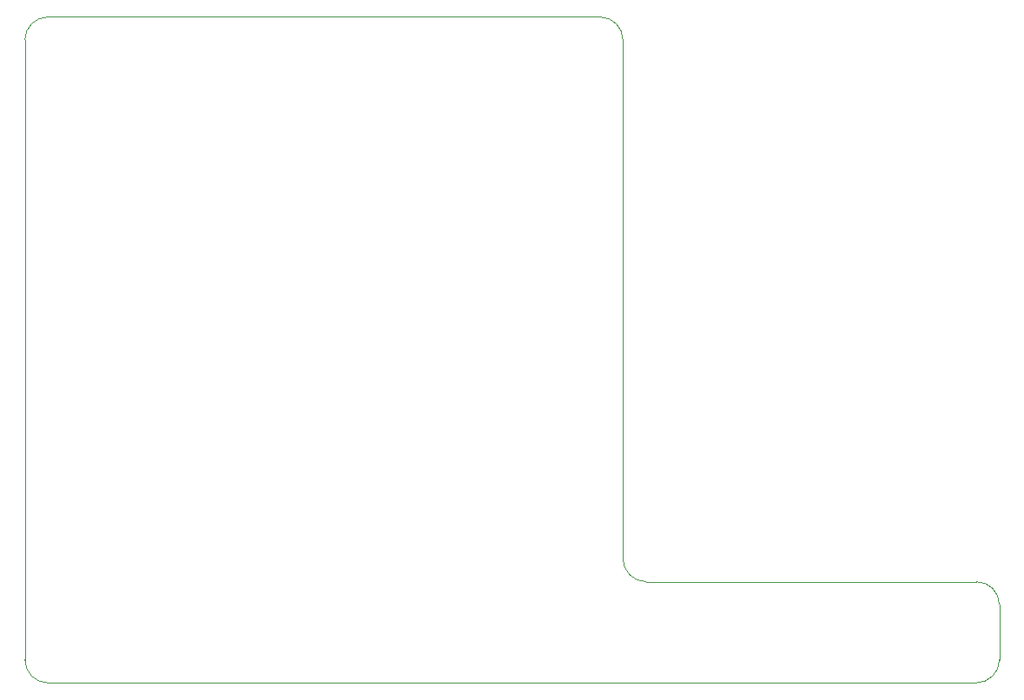
<source format=gbr>
%TF.GenerationSoftware,KiCad,Pcbnew,8.0.2*%
%TF.CreationDate,2024-05-14T20:52:20+07:00*%
%TF.ProjectId,HW.ACIM-DBG,48572e41-4349-44d2-9d44-42472e6b6963,0.0*%
%TF.SameCoordinates,Original*%
%TF.FileFunction,Profile,NP*%
%FSLAX46Y46*%
G04 Gerber Fmt 4.6, Leading zero omitted, Abs format (unit mm)*
G04 Created by KiCad (PCBNEW 8.0.2) date 2024-05-14 20:52:20*
%MOMM*%
%LPD*%
G01*
G04 APERTURE LIST*
%TA.AperFunction,Profile*%
%ADD10C,0.100000*%
%TD*%
G04 APERTURE END LIST*
D10*
X165775000Y-35250000D02*
X111975000Y-35250000D01*
X168025000Y-88125000D02*
X168025000Y-37500000D01*
X111975000Y-100250000D02*
G75*
G02*
X109725000Y-98000000I0J2250000D01*
G01*
X165775000Y-35250000D02*
G75*
G02*
X168025000Y-37500000I0J-2250000D01*
G01*
X202475000Y-90375000D02*
X170275000Y-90375000D01*
X111975000Y-100250000D02*
X202475000Y-100250000D01*
X202475000Y-90375000D02*
G75*
G02*
X204725000Y-92625000I0J-2250000D01*
G01*
X204725000Y-98000000D02*
G75*
G02*
X202475000Y-100250000I-2250000J0D01*
G01*
X204725000Y-98000000D02*
X204725000Y-92625000D01*
X109725000Y-37500000D02*
X109725000Y-98000000D01*
X109725000Y-37500000D02*
G75*
G02*
X111975000Y-35250000I2250000J0D01*
G01*
X170275000Y-90375000D02*
G75*
G02*
X168025000Y-88125000I0J2250000D01*
G01*
M02*

</source>
